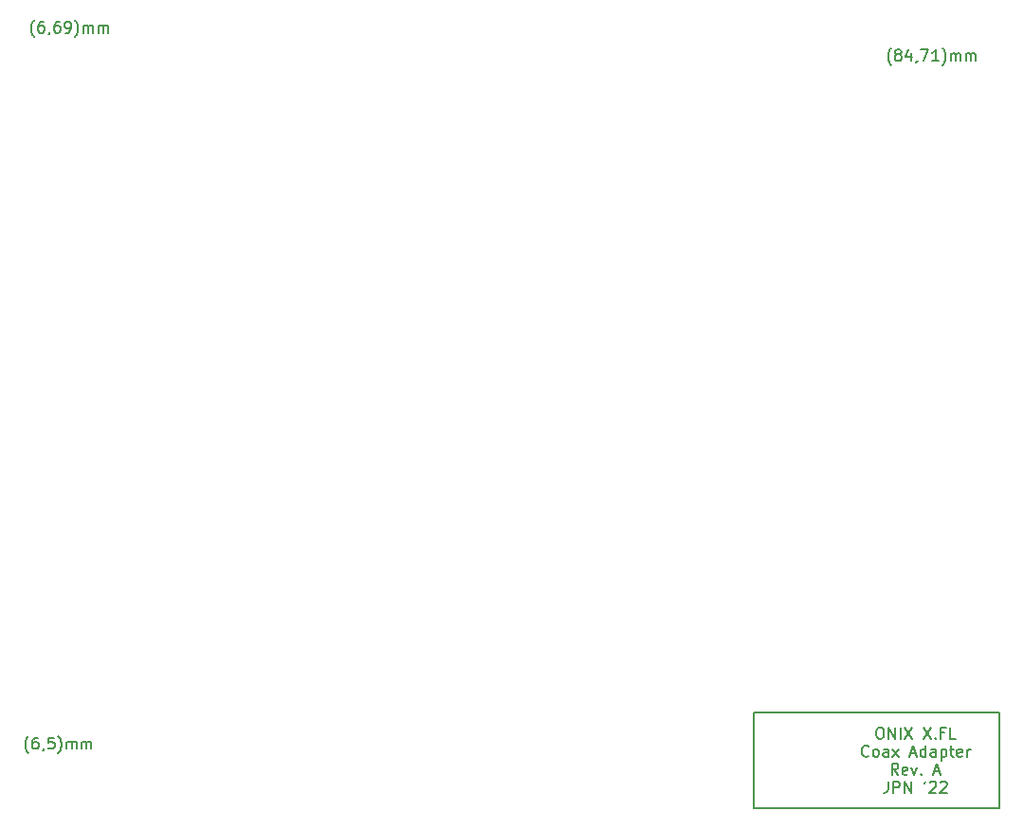
<source format=gto>
%TF.GenerationSoftware,KiCad,Pcbnew,(6.0.0)*%
%TF.CreationDate,2022-12-07T10:36:55-05:00*%
%TF.ProjectId,onix-coax-adapter-xfl-a_panel,6f6e6978-2d63-46f6-9178-2d6164617074,A*%
%TF.SameCoordinates,Original*%
%TF.FileFunction,Legend,Top*%
%TF.FilePolarity,Positive*%
%FSLAX46Y46*%
G04 Gerber Fmt 4.6, Leading zero omitted, Abs format (unit mm)*
G04 Created by KiCad (PCBNEW (6.0.0)) date 2022-12-07 10:36:55*
%MOMM*%
%LPD*%
G01*
G04 APERTURE LIST*
%ADD10C,0.150000*%
G04 APERTURE END LIST*
D10*
X205310000Y-115580000D02*
X227200000Y-115580000D01*
X227200000Y-115580000D02*
X227200000Y-124120000D01*
X227200000Y-124120000D02*
X205310000Y-124120000D01*
X205310000Y-124120000D02*
X205310000Y-115580000D01*
X140533333Y-119183333D02*
X140485714Y-119135714D01*
X140390476Y-118992857D01*
X140342857Y-118897619D01*
X140295238Y-118754761D01*
X140247619Y-118516666D01*
X140247619Y-118326190D01*
X140295238Y-118088095D01*
X140342857Y-117945238D01*
X140390476Y-117850000D01*
X140485714Y-117707142D01*
X140533333Y-117659523D01*
X141342857Y-117802380D02*
X141152380Y-117802380D01*
X141057142Y-117850000D01*
X141009523Y-117897619D01*
X140914285Y-118040476D01*
X140866666Y-118230952D01*
X140866666Y-118611904D01*
X140914285Y-118707142D01*
X140961904Y-118754761D01*
X141057142Y-118802380D01*
X141247619Y-118802380D01*
X141342857Y-118754761D01*
X141390476Y-118707142D01*
X141438095Y-118611904D01*
X141438095Y-118373809D01*
X141390476Y-118278571D01*
X141342857Y-118230952D01*
X141247619Y-118183333D01*
X141057142Y-118183333D01*
X140961904Y-118230952D01*
X140914285Y-118278571D01*
X140866666Y-118373809D01*
X141914285Y-118754761D02*
X141914285Y-118802380D01*
X141866666Y-118897619D01*
X141819047Y-118945238D01*
X142819047Y-117802380D02*
X142342857Y-117802380D01*
X142295238Y-118278571D01*
X142342857Y-118230952D01*
X142438095Y-118183333D01*
X142676190Y-118183333D01*
X142771428Y-118230952D01*
X142819047Y-118278571D01*
X142866666Y-118373809D01*
X142866666Y-118611904D01*
X142819047Y-118707142D01*
X142771428Y-118754761D01*
X142676190Y-118802380D01*
X142438095Y-118802380D01*
X142342857Y-118754761D01*
X142295238Y-118707142D01*
X143200000Y-119183333D02*
X143247619Y-119135714D01*
X143342857Y-118992857D01*
X143390476Y-118897619D01*
X143438095Y-118754761D01*
X143485714Y-118516666D01*
X143485714Y-118326190D01*
X143438095Y-118088095D01*
X143390476Y-117945238D01*
X143342857Y-117850000D01*
X143247619Y-117707142D01*
X143200000Y-117659523D01*
X143961904Y-118802380D02*
X143961904Y-118135714D01*
X143961904Y-118230952D02*
X144009523Y-118183333D01*
X144104761Y-118135714D01*
X144247619Y-118135714D01*
X144342857Y-118183333D01*
X144390476Y-118278571D01*
X144390476Y-118802380D01*
X144390476Y-118278571D02*
X144438095Y-118183333D01*
X144533333Y-118135714D01*
X144676190Y-118135714D01*
X144771428Y-118183333D01*
X144819047Y-118278571D01*
X144819047Y-118802380D01*
X145295238Y-118802380D02*
X145295238Y-118135714D01*
X145295238Y-118230952D02*
X145342857Y-118183333D01*
X145438095Y-118135714D01*
X145580952Y-118135714D01*
X145676190Y-118183333D01*
X145723809Y-118278571D01*
X145723809Y-118802380D01*
X145723809Y-118278571D02*
X145771428Y-118183333D01*
X145866666Y-118135714D01*
X146009523Y-118135714D01*
X146104761Y-118183333D01*
X146152380Y-118278571D01*
X146152380Y-118802380D01*
X141057142Y-55183333D02*
X141009523Y-55135714D01*
X140914285Y-54992857D01*
X140866666Y-54897619D01*
X140819047Y-54754761D01*
X140771428Y-54516666D01*
X140771428Y-54326190D01*
X140819047Y-54088095D01*
X140866666Y-53945238D01*
X140914285Y-53850000D01*
X141009523Y-53707142D01*
X141057142Y-53659523D01*
X141866666Y-53802380D02*
X141676190Y-53802380D01*
X141580952Y-53850000D01*
X141533333Y-53897619D01*
X141438095Y-54040476D01*
X141390476Y-54230952D01*
X141390476Y-54611904D01*
X141438095Y-54707142D01*
X141485714Y-54754761D01*
X141580952Y-54802380D01*
X141771428Y-54802380D01*
X141866666Y-54754761D01*
X141914285Y-54707142D01*
X141961904Y-54611904D01*
X141961904Y-54373809D01*
X141914285Y-54278571D01*
X141866666Y-54230952D01*
X141771428Y-54183333D01*
X141580952Y-54183333D01*
X141485714Y-54230952D01*
X141438095Y-54278571D01*
X141390476Y-54373809D01*
X142438095Y-54754761D02*
X142438095Y-54802380D01*
X142390476Y-54897619D01*
X142342857Y-54945238D01*
X143295238Y-53802380D02*
X143104761Y-53802380D01*
X143009523Y-53850000D01*
X142961904Y-53897619D01*
X142866666Y-54040476D01*
X142819047Y-54230952D01*
X142819047Y-54611904D01*
X142866666Y-54707142D01*
X142914285Y-54754761D01*
X143009523Y-54802380D01*
X143200000Y-54802380D01*
X143295238Y-54754761D01*
X143342857Y-54707142D01*
X143390476Y-54611904D01*
X143390476Y-54373809D01*
X143342857Y-54278571D01*
X143295238Y-54230952D01*
X143200000Y-54183333D01*
X143009523Y-54183333D01*
X142914285Y-54230952D01*
X142866666Y-54278571D01*
X142819047Y-54373809D01*
X143866666Y-54802380D02*
X144057142Y-54802380D01*
X144152380Y-54754761D01*
X144200000Y-54707142D01*
X144295238Y-54564285D01*
X144342857Y-54373809D01*
X144342857Y-53992857D01*
X144295238Y-53897619D01*
X144247619Y-53850000D01*
X144152380Y-53802380D01*
X143961904Y-53802380D01*
X143866666Y-53850000D01*
X143819047Y-53897619D01*
X143771428Y-53992857D01*
X143771428Y-54230952D01*
X143819047Y-54326190D01*
X143866666Y-54373809D01*
X143961904Y-54421428D01*
X144152380Y-54421428D01*
X144247619Y-54373809D01*
X144295238Y-54326190D01*
X144342857Y-54230952D01*
X144676190Y-55183333D02*
X144723809Y-55135714D01*
X144819047Y-54992857D01*
X144866666Y-54897619D01*
X144914285Y-54754761D01*
X144961904Y-54516666D01*
X144961904Y-54326190D01*
X144914285Y-54088095D01*
X144866666Y-53945238D01*
X144819047Y-53850000D01*
X144723809Y-53707142D01*
X144676190Y-53659523D01*
X145438095Y-54802380D02*
X145438095Y-54135714D01*
X145438095Y-54230952D02*
X145485714Y-54183333D01*
X145580952Y-54135714D01*
X145723809Y-54135714D01*
X145819047Y-54183333D01*
X145866666Y-54278571D01*
X145866666Y-54802380D01*
X145866666Y-54278571D02*
X145914285Y-54183333D01*
X146009523Y-54135714D01*
X146152380Y-54135714D01*
X146247619Y-54183333D01*
X146295238Y-54278571D01*
X146295238Y-54802380D01*
X146771428Y-54802380D02*
X146771428Y-54135714D01*
X146771428Y-54230952D02*
X146819047Y-54183333D01*
X146914285Y-54135714D01*
X147057142Y-54135714D01*
X147152380Y-54183333D01*
X147200000Y-54278571D01*
X147200000Y-54802380D01*
X147200000Y-54278571D02*
X147247619Y-54183333D01*
X147342857Y-54135714D01*
X147485714Y-54135714D01*
X147580952Y-54183333D01*
X147628571Y-54278571D01*
X147628571Y-54802380D01*
X216488095Y-116887380D02*
X216678571Y-116887380D01*
X216773809Y-116935000D01*
X216869047Y-117030238D01*
X216916666Y-117220714D01*
X216916666Y-117554047D01*
X216869047Y-117744523D01*
X216773809Y-117839761D01*
X216678571Y-117887380D01*
X216488095Y-117887380D01*
X216392857Y-117839761D01*
X216297619Y-117744523D01*
X216250000Y-117554047D01*
X216250000Y-117220714D01*
X216297619Y-117030238D01*
X216392857Y-116935000D01*
X216488095Y-116887380D01*
X217345238Y-117887380D02*
X217345238Y-116887380D01*
X217916666Y-117887380D01*
X217916666Y-116887380D01*
X218392857Y-117887380D02*
X218392857Y-116887380D01*
X218773809Y-116887380D02*
X219440476Y-117887380D01*
X219440476Y-116887380D02*
X218773809Y-117887380D01*
X220488095Y-116887380D02*
X221154761Y-117887380D01*
X221154761Y-116887380D02*
X220488095Y-117887380D01*
X221535714Y-117792142D02*
X221583333Y-117839761D01*
X221535714Y-117887380D01*
X221488095Y-117839761D01*
X221535714Y-117792142D01*
X221535714Y-117887380D01*
X222345238Y-117363571D02*
X222011904Y-117363571D01*
X222011904Y-117887380D02*
X222011904Y-116887380D01*
X222488095Y-116887380D01*
X223345238Y-117887380D02*
X222869047Y-117887380D01*
X222869047Y-116887380D01*
X215559523Y-119402142D02*
X215511904Y-119449761D01*
X215369047Y-119497380D01*
X215273809Y-119497380D01*
X215130952Y-119449761D01*
X215035714Y-119354523D01*
X214988095Y-119259285D01*
X214940476Y-119068809D01*
X214940476Y-118925952D01*
X214988095Y-118735476D01*
X215035714Y-118640238D01*
X215130952Y-118545000D01*
X215273809Y-118497380D01*
X215369047Y-118497380D01*
X215511904Y-118545000D01*
X215559523Y-118592619D01*
X216130952Y-119497380D02*
X216035714Y-119449761D01*
X215988095Y-119402142D01*
X215940476Y-119306904D01*
X215940476Y-119021190D01*
X215988095Y-118925952D01*
X216035714Y-118878333D01*
X216130952Y-118830714D01*
X216273809Y-118830714D01*
X216369047Y-118878333D01*
X216416666Y-118925952D01*
X216464285Y-119021190D01*
X216464285Y-119306904D01*
X216416666Y-119402142D01*
X216369047Y-119449761D01*
X216273809Y-119497380D01*
X216130952Y-119497380D01*
X217321428Y-119497380D02*
X217321428Y-118973571D01*
X217273809Y-118878333D01*
X217178571Y-118830714D01*
X216988095Y-118830714D01*
X216892857Y-118878333D01*
X217321428Y-119449761D02*
X217226190Y-119497380D01*
X216988095Y-119497380D01*
X216892857Y-119449761D01*
X216845238Y-119354523D01*
X216845238Y-119259285D01*
X216892857Y-119164047D01*
X216988095Y-119116428D01*
X217226190Y-119116428D01*
X217321428Y-119068809D01*
X217702380Y-119497380D02*
X218226190Y-118830714D01*
X217702380Y-118830714D02*
X218226190Y-119497380D01*
X219321428Y-119211666D02*
X219797619Y-119211666D01*
X219226190Y-119497380D02*
X219559523Y-118497380D01*
X219892857Y-119497380D01*
X220654761Y-119497380D02*
X220654761Y-118497380D01*
X220654761Y-119449761D02*
X220559523Y-119497380D01*
X220369047Y-119497380D01*
X220273809Y-119449761D01*
X220226190Y-119402142D01*
X220178571Y-119306904D01*
X220178571Y-119021190D01*
X220226190Y-118925952D01*
X220273809Y-118878333D01*
X220369047Y-118830714D01*
X220559523Y-118830714D01*
X220654761Y-118878333D01*
X221559523Y-119497380D02*
X221559523Y-118973571D01*
X221511904Y-118878333D01*
X221416666Y-118830714D01*
X221226190Y-118830714D01*
X221130952Y-118878333D01*
X221559523Y-119449761D02*
X221464285Y-119497380D01*
X221226190Y-119497380D01*
X221130952Y-119449761D01*
X221083333Y-119354523D01*
X221083333Y-119259285D01*
X221130952Y-119164047D01*
X221226190Y-119116428D01*
X221464285Y-119116428D01*
X221559523Y-119068809D01*
X222035714Y-118830714D02*
X222035714Y-119830714D01*
X222035714Y-118878333D02*
X222130952Y-118830714D01*
X222321428Y-118830714D01*
X222416666Y-118878333D01*
X222464285Y-118925952D01*
X222511904Y-119021190D01*
X222511904Y-119306904D01*
X222464285Y-119402142D01*
X222416666Y-119449761D01*
X222321428Y-119497380D01*
X222130952Y-119497380D01*
X222035714Y-119449761D01*
X222797619Y-118830714D02*
X223178571Y-118830714D01*
X222940476Y-118497380D02*
X222940476Y-119354523D01*
X222988095Y-119449761D01*
X223083333Y-119497380D01*
X223178571Y-119497380D01*
X223892857Y-119449761D02*
X223797619Y-119497380D01*
X223607142Y-119497380D01*
X223511904Y-119449761D01*
X223464285Y-119354523D01*
X223464285Y-118973571D01*
X223511904Y-118878333D01*
X223607142Y-118830714D01*
X223797619Y-118830714D01*
X223892857Y-118878333D01*
X223940476Y-118973571D01*
X223940476Y-119068809D01*
X223464285Y-119164047D01*
X224369047Y-119497380D02*
X224369047Y-118830714D01*
X224369047Y-119021190D02*
X224416666Y-118925952D01*
X224464285Y-118878333D01*
X224559523Y-118830714D01*
X224654761Y-118830714D01*
X218202380Y-121107380D02*
X217869047Y-120631190D01*
X217630952Y-121107380D02*
X217630952Y-120107380D01*
X218011904Y-120107380D01*
X218107142Y-120155000D01*
X218154761Y-120202619D01*
X218202380Y-120297857D01*
X218202380Y-120440714D01*
X218154761Y-120535952D01*
X218107142Y-120583571D01*
X218011904Y-120631190D01*
X217630952Y-120631190D01*
X219011904Y-121059761D02*
X218916666Y-121107380D01*
X218726190Y-121107380D01*
X218630952Y-121059761D01*
X218583333Y-120964523D01*
X218583333Y-120583571D01*
X218630952Y-120488333D01*
X218726190Y-120440714D01*
X218916666Y-120440714D01*
X219011904Y-120488333D01*
X219059523Y-120583571D01*
X219059523Y-120678809D01*
X218583333Y-120774047D01*
X219392857Y-120440714D02*
X219630952Y-121107380D01*
X219869047Y-120440714D01*
X220250000Y-121012142D02*
X220297619Y-121059761D01*
X220250000Y-121107380D01*
X220202380Y-121059761D01*
X220250000Y-121012142D01*
X220250000Y-121107380D01*
X221440476Y-120821666D02*
X221916666Y-120821666D01*
X221345238Y-121107380D02*
X221678571Y-120107380D01*
X222011904Y-121107380D01*
X217297619Y-121717380D02*
X217297619Y-122431666D01*
X217250000Y-122574523D01*
X217154761Y-122669761D01*
X217011904Y-122717380D01*
X216916666Y-122717380D01*
X217773809Y-122717380D02*
X217773809Y-121717380D01*
X218154761Y-121717380D01*
X218250000Y-121765000D01*
X218297619Y-121812619D01*
X218345238Y-121907857D01*
X218345238Y-122050714D01*
X218297619Y-122145952D01*
X218250000Y-122193571D01*
X218154761Y-122241190D01*
X217773809Y-122241190D01*
X218773809Y-122717380D02*
X218773809Y-121717380D01*
X219345238Y-122717380D01*
X219345238Y-121717380D01*
X220630952Y-121717380D02*
X220535714Y-121907857D01*
X221011904Y-121812619D02*
X221059523Y-121765000D01*
X221154761Y-121717380D01*
X221392857Y-121717380D01*
X221488095Y-121765000D01*
X221535714Y-121812619D01*
X221583333Y-121907857D01*
X221583333Y-122003095D01*
X221535714Y-122145952D01*
X220964285Y-122717380D01*
X221583333Y-122717380D01*
X221964285Y-121812619D02*
X222011904Y-121765000D01*
X222107142Y-121717380D01*
X222345238Y-121717380D01*
X222440476Y-121765000D01*
X222488095Y-121812619D01*
X222535714Y-121907857D01*
X222535714Y-122003095D01*
X222488095Y-122145952D01*
X221916666Y-122717380D01*
X222535714Y-122717380D01*
X217580952Y-57683333D02*
X217533333Y-57635714D01*
X217438095Y-57492857D01*
X217390476Y-57397619D01*
X217342857Y-57254761D01*
X217295238Y-57016666D01*
X217295238Y-56826190D01*
X217342857Y-56588095D01*
X217390476Y-56445238D01*
X217438095Y-56350000D01*
X217533333Y-56207142D01*
X217580952Y-56159523D01*
X218104761Y-56730952D02*
X218009523Y-56683333D01*
X217961904Y-56635714D01*
X217914285Y-56540476D01*
X217914285Y-56492857D01*
X217961904Y-56397619D01*
X218009523Y-56350000D01*
X218104761Y-56302380D01*
X218295238Y-56302380D01*
X218390476Y-56350000D01*
X218438095Y-56397619D01*
X218485714Y-56492857D01*
X218485714Y-56540476D01*
X218438095Y-56635714D01*
X218390476Y-56683333D01*
X218295238Y-56730952D01*
X218104761Y-56730952D01*
X218009523Y-56778571D01*
X217961904Y-56826190D01*
X217914285Y-56921428D01*
X217914285Y-57111904D01*
X217961904Y-57207142D01*
X218009523Y-57254761D01*
X218104761Y-57302380D01*
X218295238Y-57302380D01*
X218390476Y-57254761D01*
X218438095Y-57207142D01*
X218485714Y-57111904D01*
X218485714Y-56921428D01*
X218438095Y-56826190D01*
X218390476Y-56778571D01*
X218295238Y-56730952D01*
X219342857Y-56635714D02*
X219342857Y-57302380D01*
X219104761Y-56254761D02*
X218866666Y-56969047D01*
X219485714Y-56969047D01*
X219914285Y-57254761D02*
X219914285Y-57302380D01*
X219866666Y-57397619D01*
X219819047Y-57445238D01*
X220247619Y-56302380D02*
X220914285Y-56302380D01*
X220485714Y-57302380D01*
X221819047Y-57302380D02*
X221247619Y-57302380D01*
X221533333Y-57302380D02*
X221533333Y-56302380D01*
X221438095Y-56445238D01*
X221342857Y-56540476D01*
X221247619Y-56588095D01*
X222152380Y-57683333D02*
X222200000Y-57635714D01*
X222295238Y-57492857D01*
X222342857Y-57397619D01*
X222390476Y-57254761D01*
X222438095Y-57016666D01*
X222438095Y-56826190D01*
X222390476Y-56588095D01*
X222342857Y-56445238D01*
X222295238Y-56350000D01*
X222200000Y-56207142D01*
X222152380Y-56159523D01*
X222914285Y-57302380D02*
X222914285Y-56635714D01*
X222914285Y-56730952D02*
X222961904Y-56683333D01*
X223057142Y-56635714D01*
X223200000Y-56635714D01*
X223295238Y-56683333D01*
X223342857Y-56778571D01*
X223342857Y-57302380D01*
X223342857Y-56778571D02*
X223390476Y-56683333D01*
X223485714Y-56635714D01*
X223628571Y-56635714D01*
X223723809Y-56683333D01*
X223771428Y-56778571D01*
X223771428Y-57302380D01*
X224247619Y-57302380D02*
X224247619Y-56635714D01*
X224247619Y-56730952D02*
X224295238Y-56683333D01*
X224390476Y-56635714D01*
X224533333Y-56635714D01*
X224628571Y-56683333D01*
X224676190Y-56778571D01*
X224676190Y-57302380D01*
X224676190Y-56778571D02*
X224723809Y-56683333D01*
X224819047Y-56635714D01*
X224961904Y-56635714D01*
X225057142Y-56683333D01*
X225104761Y-56778571D01*
X225104761Y-57302380D01*
%TO.C,*%
%TD*%
M02*

</source>
